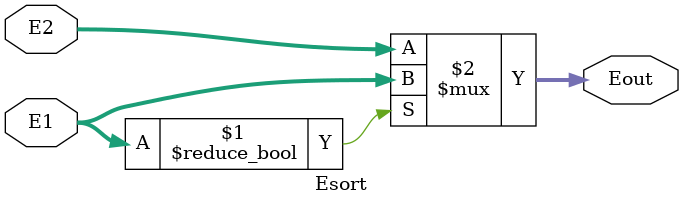
<source format=v>
`timescale 1ns / 1ps
module Esort(
    input [4:0] E1,
    input [4:0] E2,
    output [4:0] Eout
    );
	assign Eout=E1?E1:E2;

endmodule

</source>
